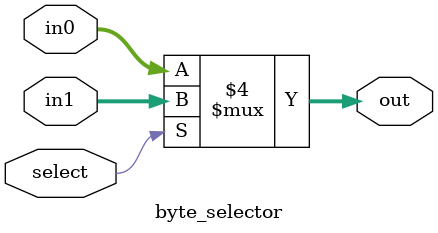
<source format=v>
`default_nettype none

module byte_selector(
    input   [7:0]   in0,
    input   [7:0]   in1,
    input           select,

    output  reg [7:0]   out
    );


    always @(select,in0,in1) begin
        if (select==1'b1)
            out = in1;
        else
            out = in0;
    end

endmodule


</source>
